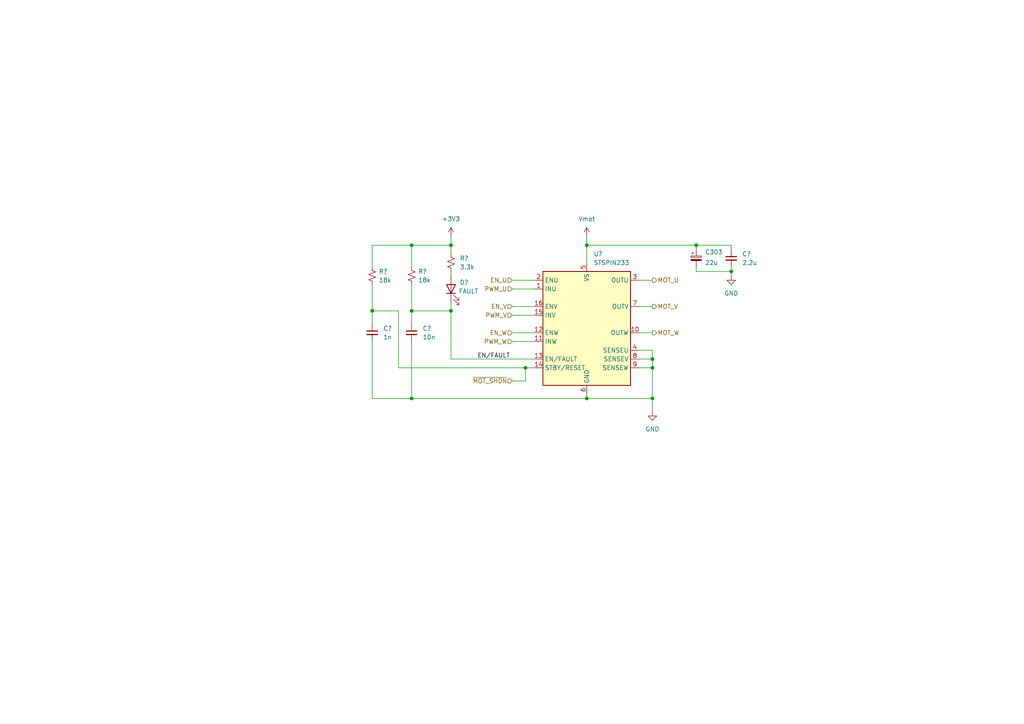
<source format=kicad_sch>
(kicad_sch (version 20230121) (generator eeschema)
  (paper "A4")
  (title_block (date "2023-06-17") (rev "1.0") (company "matei repair lab"))
  (lib_symbols
    (symbol "Device:C_Polarized_Small" (pin_numbers hide) (pin_names (offset 0.254) hide)
      (property "Reference" "C" (at 0.254 1.778 0))
      (property "Value" "C_Polarized_Small" (at 0.254 -2.032 0))
      (symbol "C_Polarized_Small_0_1"
        (rectangle (start -1.524 -0.3048) (end 1.524 -0.6858) (fill (type outline)))
        (rectangle (start -1.524 0.6858) (end 1.524 0.3048))
        (polyline (pts (xy -1.27 1.524) (xy -0.762 1.524)))
        (polyline (pts (xy -1.016 1.27) (xy -1.016 1.778)))
      )
      (symbol "C_Polarized_Small_1_1"
        (pin passive line (at 0 2.54 270) (length 1.8542) (name "~") (number "1"))
        (pin passive line (at 0 -2.54 90) (length 1.8542) (name "~") (number "2"))
      )
    )
    (symbol "Device:C_Small" (pin_numbers hide) (pin_names (offset 0.254) hide)
      (property "Reference" "C" (at 0.254 1.778 0))
      (property "Value" "C_Small" (at 0.254 -2.032 0))
      (symbol "C_Small_0_1"
        (polyline (pts (xy -1.524 -0.508) (xy 1.524 -0.508)) (stroke (width 0.3302)))
        (polyline (pts (xy -1.524 0.508) (xy 1.524 0.508)) (stroke (width 0.3048)))
      )
      (symbol "C_Small_1_1"
        (pin passive line (at 0 2.54 270) (length 2.032) (name "~") (number "1"))
        (pin passive line (at 0 -2.54 90) (length 2.032) (name "~") (number "2"))
      )
    )
    (symbol "Device:LED" (pin_numbers hide) (pin_names (offset 1.016) hide)
      (property "Reference" "D" (at 0 2.54 0))
      (property "Value" "LED" (at 0 -2.54 0))
      (symbol "LED_0_1"
        (polyline (pts (xy -1.27 -1.27) (xy -1.27 1.27)) (stroke (width 0.254)))
        (polyline (pts (xy -1.27 0) (xy 1.27 0)))
        (polyline (pts (xy 1.27 -1.27) (xy 1.27 1.27) (xy -1.27 0) (xy 1.27 -1.27)) (stroke (width 0.254)))
        (polyline (pts (xy -3.048 -0.762) (xy -4.572 -2.286) (xy -3.81 -2.286) (xy -4.572 -2.286) (xy -4.572 -1.524)))
        (polyline (pts (xy -1.778 -0.762) (xy -3.302 -2.286) (xy -2.54 -2.286) (xy -3.302 -2.286) (xy -3.302 -1.524)))
      )
      (symbol "LED_1_1"
        (pin passive line (at -3.81 0 0) (length 2.54) (name "K") (number "1"))
        (pin passive line (at 3.81 0 180) (length 2.54) (name "A") (number "2"))
      )
    )
    (symbol "Device:R_Small_US" (pin_numbers hide) (pin_names (offset 0.254) hide)
      (property "Reference" "R" (at 0.762 0.508 0))
      (property "Value" "R_Small_US" (at 0.762 -1.016 0))
      (symbol "R_Small_US_1_1"
        (polyline (pts (xy 0 0) (xy 1.016 -0.381) (xy 0 -0.762) (xy -1.016 -1.143) (xy 0 -1.524)))
        (polyline (pts (xy 0 1.524) (xy 1.016 1.143) (xy 0 0.762) (xy -1.016 0.381) (xy 0 0)))
        (pin passive line (at 0 2.54 270) (length 1.016) (name "~") (number "1"))
        (pin passive line (at 0 -2.54 90) (length 1.016) (name "~") (number "2"))
      )
    )
    (symbol "Driver_Motor:STSPIN233"
      (property "Reference" "U" (at -12.7 16.51 0))
      (property "Value" "STSPIN233" (at 5.08 16.51 0))
      (symbol "STSPIN233_0_1"
        (rectangle (start -12.7 15.24) (end 12.7 -17.78) (stroke (width 0.254)) (fill (type background)))
      )
      (symbol "STSPIN233_1_1"
        (pin input line (at -15.24 10.16 0) (length 2.54) (name "INU") (number "1"))
        (pin power_out line (at 15.24 -2.54 180) (length 2.54) (name "OUTW") (number "10"))
        (pin input line (at -15.24 -5.08 0) (length 2.54) (name "INW") (number "11"))
        (pin input line (at -15.24 -2.54 0) (length 2.54) (name "ENW") (number "12"))
        (pin bidirectional line (at -15.24 -10.16 0) (length 2.54) (name "EN/FAULT") (number "13"))
        (pin input line (at -15.24 -12.7 0) (length 2.54) (name "STBY/RESET") (number "14"))
        (pin input line (at -15.24 2.54 0) (length 2.54) (name "INV") (number "15"))
        (pin input line (at -15.24 5.08 0) (length 2.54) (name "ENV") (number "16"))
        (pin passive line (at 0 -20.32 90) (length 2.54) hide (name "GND") (number "17"))
        (pin input line (at -15.24 12.7 0) (length 2.54) (name "ENU") (number "2"))
        (pin power_out line (at 15.24 12.7 180) (length 2.54) (name "OUTU") (number "3"))
        (pin input line (at 15.24 -7.62 180) (length 2.54) (name "SENSEU") (number "4"))
        (pin power_in line (at 0 17.78 270) (length 2.54) (name "VS") (number "5"))
        (pin power_in line (at 0 -20.32 90) (length 2.54) (name "GND") (number "6"))
        (pin power_out line (at 15.24 5.08 180) (length 2.54) (name "OUTV") (number "7"))
        (pin input line (at 15.24 -10.16 180) (length 2.54) (name "SENSEV") (number "8"))
        (pin input line (at 15.24 -12.7 180) (length 2.54) (name "SENSEW") (number "9"))
      )
    )
    (symbol "matei:Vmot" (power) (pin_names (offset 0))
      (property "Value" "Vmot" (at 0 3.81 0))
      (symbol "Vmot_0_1"
        (polyline (pts (xy -0.762 1.27) (xy 0 2.54)))
        (polyline (pts (xy 0 0) (xy 0 2.54)))
        (polyline (pts (xy 0 2.54) (xy 0.762 1.27)))
      )
      (symbol "Vmot_1_1"
        (pin power_in line (at 0 0 90) (length 0) hide (name "Vmot") (number "1"))
      )
    )
    (symbol "power:+3V3" (power) (pin_names (offset 0))
      (property "Value" "+3V3" (at 0 3.556 0))
      (symbol "+3V3_0_1"
        (polyline (pts (xy -0.762 1.27) (xy 0 2.54)))
        (polyline (pts (xy 0 0) (xy 0 2.54)))
        (polyline (pts (xy 0 2.54) (xy 0.762 1.27)))
      )
      (symbol "+3V3_1_1"
        (pin power_in line (at 0 0 90) (length 0) hide (name "+3V3") (number "1"))
      )
    )
    (symbol "power:GND" (power) (pin_names (offset 0))
      (property "Value" "GND" (at 0 -3.81 0))
      (symbol "GND_0_1"
        (polyline (pts (xy 0 0) (xy 0 -1.27) (xy 1.27 -1.27) (xy 0 -2.54) (xy -1.27 -1.27) (xy 0 -1.27)))
      )
      (symbol "GND_1_1"
        (pin power_in line (at 0 0 270) (length 0) hide (name "GND") (number "1"))
      )
    )
  )
  (junction (at 107.95 90.17))
  (junction (at 130.81 71.12))
  (junction (at 170.18 115.57))
  (junction (at 189.23 115.57))
  (junction (at 119.38 115.57))
  (junction (at 212.09 78.74))
  (junction (at 119.38 90.17))
  (junction (at 189.23 106.68))
  (junction (at 119.38 71.12))
  (junction (at 201.93 71.12))
  (junction (at 130.81 90.17))
  (junction (at 189.23 104.14))
  (junction (at 152.4 106.68))
  (junction (at 170.18 71.12))
  (wire (pts (xy 119.38 99.06) (xy 119.38 115.57)))
  (wire (pts (xy 107.95 82.55) (xy 107.95 90.17)))
  (wire (pts (xy 119.38 71.12) (xy 107.95 71.12)))
  (wire (pts (xy 148.59 110.49) (xy 152.4 110.49)))
  (wire (pts (xy 201.93 78.74) (xy 212.09 78.74)))
  (wire (pts (xy 185.42 101.6) (xy 189.23 101.6)))
  (wire (pts (xy 130.81 90.17) (xy 119.38 90.17)))
  (wire (pts (xy 189.23 115.57) (xy 189.23 119.38)))
  (wire (pts (xy 119.38 82.55) (xy 119.38 90.17)))
  (wire (pts (xy 115.57 90.17) (xy 115.57 106.68)))
  (wire (pts (xy 130.81 90.17) (xy 130.81 87.63)))
  (wire (pts (xy 115.57 106.68) (xy 152.4 106.68)))
  (wire (pts (xy 130.81 71.12) (xy 130.81 73.66)))
  (wire (pts (xy 130.81 90.17) (xy 130.81 104.14)))
  (wire (pts (xy 212.09 78.74) (xy 212.09 80.01)))
  (wire (pts (xy 185.42 104.14) (xy 189.23 104.14)))
  (wire (pts (xy 189.23 104.14) (xy 189.23 106.68)))
  (wire (pts (xy 130.81 68.58) (xy 130.81 71.12)))
  (wire (pts (xy 170.18 71.12) (xy 170.18 76.2)))
  (wire (pts (xy 170.18 115.57) (xy 189.23 115.57)))
  (wire (pts (xy 170.18 68.58) (xy 170.18 71.12)))
  (wire (pts (xy 201.93 71.12) (xy 201.93 72.39)))
  (wire (pts (xy 119.38 71.12) (xy 119.38 77.47)))
  (wire (pts (xy 130.81 71.12) (xy 119.38 71.12)))
  (wire (pts (xy 148.59 91.44) (xy 154.94 91.44)))
  (wire (pts (xy 130.81 78.74) (xy 130.81 80.01)))
  (wire (pts (xy 201.93 77.47) (xy 201.93 78.74)))
  (wire (pts (xy 148.59 83.82) (xy 154.94 83.82)))
  (wire (pts (xy 212.09 77.47) (xy 212.09 78.74)))
  (wire (pts (xy 119.38 90.17) (xy 119.38 93.98)))
  (wire (pts (xy 170.18 114.3) (xy 170.18 115.57)))
  (wire (pts (xy 185.42 106.68) (xy 189.23 106.68)))
  (wire (pts (xy 107.95 71.12) (xy 107.95 77.47)))
  (wire (pts (xy 185.42 81.28) (xy 189.23 81.28)))
  (wire (pts (xy 189.23 106.68) (xy 189.23 115.57)))
  (wire (pts (xy 107.95 90.17) (xy 107.95 93.98)))
  (wire (pts (xy 107.95 99.06) (xy 107.95 115.57)))
  (wire (pts (xy 212.09 71.12) (xy 212.09 72.39)))
  (wire (pts (xy 130.81 104.14) (xy 154.94 104.14)))
  (wire (pts (xy 115.57 90.17) (xy 107.95 90.17)))
  (wire (pts (xy 148.59 81.28) (xy 154.94 81.28)))
  (wire (pts (xy 185.42 96.52) (xy 189.23 96.52)))
  (wire (pts (xy 185.42 88.9) (xy 189.23 88.9)))
  (wire (pts (xy 189.23 101.6) (xy 189.23 104.14)))
  (wire (pts (xy 148.59 99.06) (xy 154.94 99.06)))
  (wire (pts (xy 148.59 96.52) (xy 154.94 96.52)))
  (wire (pts (xy 107.95 115.57) (xy 119.38 115.57)))
  (wire (pts (xy 152.4 110.49) (xy 152.4 106.68)))
  (wire (pts (xy 170.18 71.12) (xy 201.93 71.12)))
  (wire (pts (xy 201.93 71.12) (xy 212.09 71.12)))
  (wire (pts (xy 119.38 115.57) (xy 170.18 115.57)))
  (wire (pts (xy 152.4 106.68) (xy 154.94 106.68)))
  (wire (pts (xy 148.59 88.9) (xy 154.94 88.9)))
  (label "EN{slash}FAULT" (at 138.43 104.14 0))
  (hierarchical_label "MOT_U" (shape output) (at 189.23 81.28 0))
  (hierarchical_label "EN_V" (shape input) (at 148.59 88.9 180))
  (hierarchical_label "PWM_W" (shape input) (at 148.59 99.06 180))
  (hierarchical_label "EN_W" (shape input) (at 148.59 96.52 180))
  (hierarchical_label "MOT_V" (shape output) (at 189.23 88.9 0))
  (hierarchical_label "EN_U" (shape input) (at 148.59 81.28 180))
  (hierarchical_label "~{MOT_SHDN}" (shape input) (at 148.59 110.49 180))
  (hierarchical_label "PWM_V" (shape input) (at 148.59 91.44 180))
  (hierarchical_label "MOT_W" (shape output) (at 189.23 96.52 0))
  (hierarchical_label "PWM_U" (shape input) (at 148.59 83.82 180))
  (symbol (lib_id "Device:C_Small") (at 212.09 74.93 0) (unit 1)
    (property "Reference" "C?" (at 215.265 73.6663 0) (effects (justify left)))
    (property "Value" "2.2u" (at 215.265 76.2063 0) (effects (justify left)))
    (property "Footprint" "Capacitor_SMD:C_0402_1005Metric" (effects hide))
    (instances (project "stm32g431-mt6701-stspin233" (path "" (reference "C?") (unit 1)) (path "" (reference "C304") (unit 1))))
  )
  (symbol (lib_id "Device:R_Small_US") (at 119.38 80.01 0) (unit 1)
    (property "Reference" "R?" (at 121.285 78.74 0) (effects (justify left)))
    (property "Value" "18k" (at 121.285 81.28 0) (effects (justify left)))
    (property "Footprint" "Resistor_SMD:R_0402_1005Metric" (effects hide))
    (instances (project "stm32g431-mt6701-stspin233" (path "" (reference "R?") (unit 1)) (path "" (reference "R302") (unit 1))))
  )
  (symbol (lib_id "Device:C_Polarized_Small") (at 201.93 74.93 0) (unit 1)
    (property "Reference" "C303" (at 204.47 73.1139 0) (effects (justify left)))
    (property "Value" "22u" (at 204.47 76.2 0) (effects (justify left)))
    (property "Footprint" "Capacitor_SMD:C_0603_1608Metric" (effects hide))
  )
  (symbol (lib_id "Device:R_Small_US") (at 107.95 80.01 0) (unit 1)
    (property "Reference" "R?" (at 109.855 78.74 0) (effects (justify left)))
    (property "Value" "18k" (at 109.855 81.28 0) (effects (justify left)))
    (property "Footprint" "Resistor_SMD:R_0402_1005Metric" (effects hide))
    (instances (project "stm32g431-mt6701-stspin233" (path "" (reference "R?") (unit 1)) (path "" (reference "R301") (unit 1))))
  )
  (symbol (lib_id "Device:C_Small") (at 107.95 96.52 0) (unit 1)
    (property "Reference" "C?" (at 111.125 95.2563 0) (effects (justify left)))
    (property "Value" "1n" (at 111.125 97.7963 0) (effects (justify left)))
    (property "Footprint" "Capacitor_SMD:C_0402_1005Metric" (effects hide))
    (instances (project "stm32g431-mt6701-stspin233" (path "" (reference "C?") (unit 1)) (path "" (reference "C301") (unit 1))))
  )
  (symbol (lib_id "Device:R_Small_US") (at 130.81 76.2 180) (unit 1)
    (property "Reference" "R?" (at 133.35 74.93 0) (effects (justify right)))
    (property "Value" "3.3k" (at 133.35 77.47 0) (effects (justify right)))
    (property "Footprint" "Resistor_SMD:R_0402_1005Metric" (effects hide))
    (instances (project "stm32g431-mt6701-stspin233" (path "" (reference "R?") (unit 1)) (path "" (reference "R303") (unit 1))))
  )
  (symbol (lib_id "Device:LED") (at 130.81 83.82 90) (unit 1)
    (property "Reference" "D?" (at 134.62 81.915 90))
    (property "Value" "FAULT" (at 135.89 84.455 90))
    (property "Footprint" "Diode_SMD:D_0603_1608Metric" (effects hide))
    (instances (project "stm32g431-mt6701-stspin233" (path "" (reference "D?") (unit 1)) (path "" (reference "D301") (unit 1))))
  )
  (symbol (lib_id "matei:Vmot") (at 170.18 68.58 0) (unit 1)
    (property "Reference" "#PWR0302" (effects hide))
    (property "Value" "Vmot" (at 170.18 63.5 0))
  )
  (symbol (lib_id "power:GND") (at 212.09 80.01 0) (unit 1)
    (property "Reference" "#PWR?" (effects hide))
    (property "Value" "GND" (at 212.09 85.09 0))
    (instances (project "stm32g431-mt6701-stspin233" (path "" (reference "#PWR?") (unit 1)) (path "" (reference "#PWR0304") (unit 1))))
  )
  (symbol (lib_id "Device:C_Small") (at 119.38 96.52 0) (unit 1)
    (property "Reference" "C?" (at 122.555 95.2563 0) (effects (justify left)))
    (property "Value" "10n" (at 122.555 97.7963 0) (effects (justify left)))
    (property "Footprint" "Capacitor_SMD:C_0402_1005Metric" (effects hide))
    (instances (project "stm32g431-mt6701-stspin233" (path "" (reference "C?") (unit 1)) (path "" (reference "C302") (unit 1))))
  )
  (symbol (lib_id "power:+3V3") (at 130.81 68.58 0) (unit 1)
    (property "Reference" "#PWR?" (effects hide))
    (property "Value" "+3V3" (at 130.81 63.5 0))
    (instances (project "stm32g431-mt6701-stspin233" (path "" (reference "#PWR?") (unit 1)) (path "" (reference "#PWR0301") (unit 1))))
  )
  (symbol (lib_id "power:GND") (at 189.23 119.38 0) (unit 1)
    (property "Reference" "#PWR?" (effects hide))
    (property "Value" "GND" (at 189.23 124.46 0))
    (instances (project "stm32g431-mt6701-stspin233" (path "" (reference "#PWR?") (unit 1)) (path "" (reference "#PWR0303") (unit 1))))
  )
  (symbol (lib_id "Driver_Motor:STSPIN233") (at 170.18 93.98 0) (unit 1)
    (property "Reference" "U?" (at 172.1359 73.66 0) (effects (justify left)))
    (property "Value" "STSPIN233" (at 172.1359 76.2 0) (effects (justify left)))
    (property "Footprint" "Package_DFN_QFN:VQFN-16-1EP_3x3mm_P0.5mm_EP1.8x1.8mm" (effects hide))
    (property "Datasheet" "www.st.com/resource/en/datasheet/stspin233.pdf" (effects hide))
    (instances (project "stm32g431-mt6701-stspin233" (path "" (reference "U?") (unit 1)) (path "" (reference "U301") (unit 1))))
  )
)
</source>
